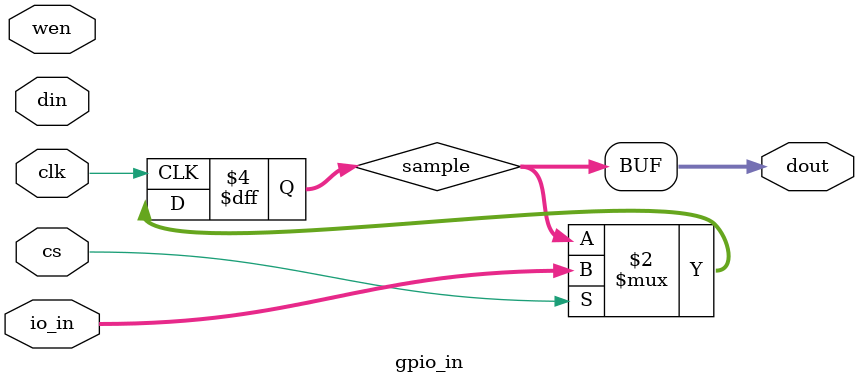
<source format=v>
module gpio_in
  #(
    parameter WIDTH= 32
    )
   (
    input wire 		    clk,
    input wire 		    cs,
    input wire 		    wen,
    input wire [WIDTH-1:0]  din,

    output wire [WIDTH-1:0] dout,

    input wire [WIDTH-1:0]  io_in
    );

   reg [WIDTH-1:0] 	    sample;

   always @(posedge clk)
     begin
	if (cs)
	  sample<= io_in;
     end

   assign dout= sample;
   
endmodule // gpio_in

</source>
